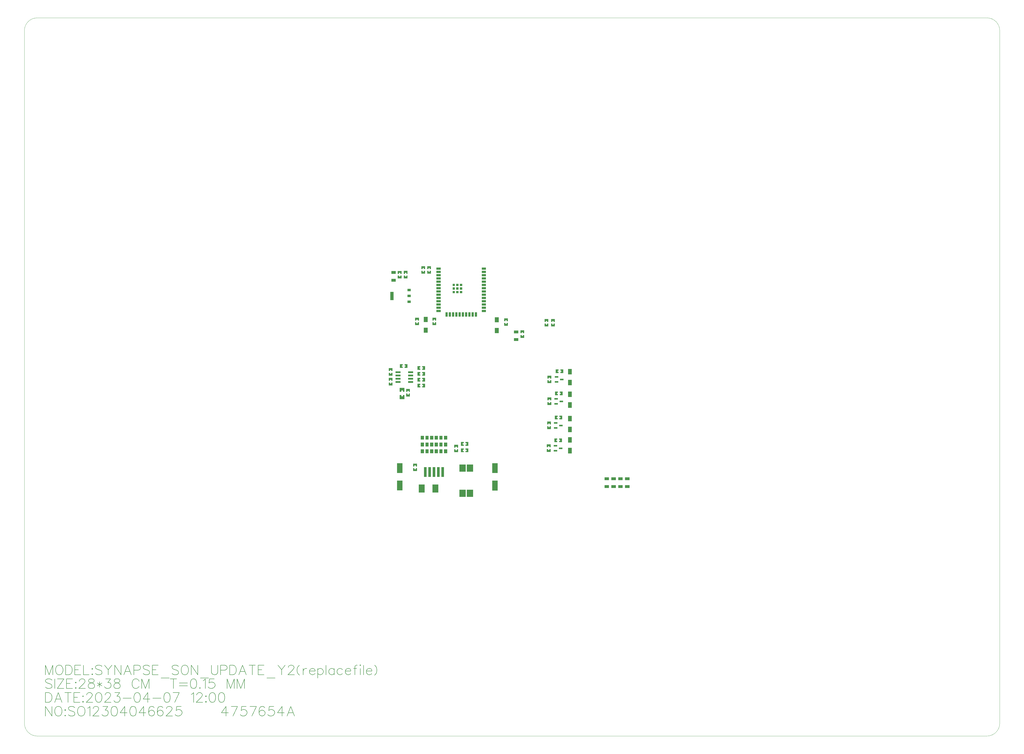
<source format=gbr>
G04 Generated by CircuitCAM Version 4.4*
%FSLAX33Y33*%
%MOMM*%
%ADD10C,0.200000*%
%ADD12C,0.000000*%
%LNCuttingOutside*%
%LPD*%
G54D10*
X-181771Y-112361D02*
X-181771Y-116111D01*
X-181771Y-112361D02*
X-180343Y-116111D01*
X-178914Y-112361D02*
X-180343Y-116111D01*
X-178914Y-112361D02*
X-178914Y-116111D01*
X-176771Y-112361D02*
X-177128Y-112540D01*
X-177486Y-112897D01*
X-177664Y-113254D01*
X-177843Y-113790D01*
X-177843Y-114683D01*
X-177664Y-115219D01*
X-177486Y-115576D01*
X-177128Y-115933D01*
X-176771Y-116111D01*
X-176057Y-116111D01*
X-175700Y-115933D01*
X-175343Y-115576D01*
X-175164Y-115219D01*
X-174986Y-114683D01*
X-174986Y-113790D01*
X-175164Y-113254D01*
X-175343Y-112897D01*
X-175700Y-112540D01*
X-176057Y-112361D01*
X-176771Y-112361D01*
X-173914Y-112361D02*
X-173914Y-116111D01*
X-173914Y-112361D02*
X-172664Y-112361D01*
X-172128Y-112540D01*
X-171771Y-112897D01*
X-171593Y-113254D01*
X-171414Y-113790D01*
X-171414Y-114683D01*
X-171593Y-115219D01*
X-171771Y-115576D01*
X-172128Y-115933D01*
X-172664Y-116111D01*
X-173914Y-116111D01*
X-170343Y-112361D02*
X-170343Y-116111D01*
X-170343Y-112361D02*
X-168021Y-112361D01*
X-170343Y-114147D02*
X-168914Y-114147D01*
X-170343Y-116111D02*
X-168021Y-116111D01*
X-166950Y-112361D02*
X-166950Y-116111D01*
X-166950Y-116111D02*
X-164807Y-116111D01*
X-163557Y-113611D02*
X-163736Y-113790D01*
X-163557Y-113968D01*
X-163378Y-113790D01*
X-163557Y-113611D01*
X-163557Y-115754D02*
X-163736Y-115933D01*
X-163557Y-116111D01*
X-163378Y-115933D01*
X-163557Y-115754D01*
X-159807Y-112897D02*
X-160164Y-112540D01*
X-160700Y-112361D01*
X-161414Y-112361D01*
X-161950Y-112540D01*
X-162307Y-112897D01*
X-162307Y-113254D01*
X-162128Y-113611D01*
X-161950Y-113790D01*
X-161593Y-113968D01*
X-160521Y-114326D01*
X-160164Y-114504D01*
X-159986Y-114683D01*
X-159807Y-115040D01*
X-159807Y-115576D01*
X-160164Y-115933D01*
X-160700Y-116111D01*
X-161414Y-116111D01*
X-161950Y-115933D01*
X-162307Y-115576D01*
X-158736Y-112361D02*
X-157307Y-114147D01*
X-157307Y-116111D01*
X-155878Y-112361D02*
X-157307Y-114147D01*
X-154807Y-112361D02*
X-154807Y-116111D01*
X-154807Y-112361D02*
X-152307Y-116111D01*
X-152307Y-112361D02*
X-152307Y-116111D01*
X-149807Y-112361D02*
X-151236Y-116111D01*
X-149807Y-112361D02*
X-148378Y-116111D01*
X-150700Y-114861D02*
X-148914Y-114861D01*
X-147307Y-112361D02*
X-147307Y-116111D01*
X-147307Y-112361D02*
X-145700Y-112361D01*
X-145164Y-112540D01*
X-144986Y-112718D01*
X-144807Y-113076D01*
X-144807Y-113611D01*
X-144986Y-113968D01*
X-145164Y-114147D01*
X-145700Y-114326D01*
X-147307Y-114326D01*
X-141236Y-112897D02*
X-141593Y-112540D01*
X-142128Y-112361D01*
X-142843Y-112361D01*
X-143378Y-112540D01*
X-143736Y-112897D01*
X-143736Y-113254D01*
X-143557Y-113611D01*
X-143378Y-113790D01*
X-143021Y-113968D01*
X-141950Y-114326D01*
X-141593Y-114504D01*
X-141414Y-114683D01*
X-141236Y-115040D01*
X-141236Y-115576D01*
X-141593Y-115933D01*
X-142128Y-116111D01*
X-142843Y-116111D01*
X-143378Y-115933D01*
X-143736Y-115576D01*
X-140164Y-112361D02*
X-140164Y-116111D01*
X-140164Y-112361D02*
X-137843Y-112361D01*
X-140164Y-114147D02*
X-138736Y-114147D01*
X-140164Y-116111D02*
X-137843Y-116111D01*
X-136771Y-117361D02*
X-133557Y-117361D01*
X-129986Y-112897D02*
X-130343Y-112540D01*
X-130878Y-112361D01*
X-131593Y-112361D01*
X-132128Y-112540D01*
X-132486Y-112897D01*
X-132486Y-113254D01*
X-132307Y-113611D01*
X-132128Y-113790D01*
X-131771Y-113968D01*
X-130700Y-114326D01*
X-130343Y-114504D01*
X-130164Y-114683D01*
X-129986Y-115040D01*
X-129986Y-115576D01*
X-130343Y-115933D01*
X-130878Y-116111D01*
X-131593Y-116111D01*
X-132128Y-115933D01*
X-132486Y-115576D01*
X-127843Y-112361D02*
X-128200Y-112540D01*
X-128557Y-112897D01*
X-128736Y-113254D01*
X-128914Y-113790D01*
X-128914Y-114683D01*
X-128736Y-115219D01*
X-128557Y-115576D01*
X-128200Y-115933D01*
X-127843Y-116111D01*
X-127128Y-116111D01*
X-126771Y-115933D01*
X-126414Y-115576D01*
X-126236Y-115219D01*
X-126057Y-114683D01*
X-126057Y-113790D01*
X-126236Y-113254D01*
X-126414Y-112897D01*
X-126771Y-112540D01*
X-127128Y-112361D01*
X-127843Y-112361D01*
X-124986Y-112361D02*
X-124986Y-116111D01*
X-124986Y-112361D02*
X-122486Y-116111D01*
X-122486Y-112361D02*
X-122486Y-116111D01*
X-121414Y-117361D02*
X-118200Y-117361D01*
X-117128Y-112361D02*
X-117128Y-115040D01*
X-116950Y-115576D01*
X-116593Y-115933D01*
X-116057Y-116111D01*
X-115700Y-116111D01*
X-115164Y-115933D01*
X-114807Y-115576D01*
X-114628Y-115040D01*
X-114628Y-112361D01*
X-113557Y-112361D02*
X-113557Y-116111D01*
X-113557Y-112361D02*
X-111950Y-112361D01*
X-111414Y-112540D01*
X-111236Y-112718D01*
X-111057Y-113076D01*
X-111057Y-113611D01*
X-111236Y-113968D01*
X-111414Y-114147D01*
X-111950Y-114326D01*
X-113557Y-114326D01*
X-109986Y-112361D02*
X-109986Y-116111D01*
X-109986Y-112361D02*
X-108736Y-112361D01*
X-108200Y-112540D01*
X-107843Y-112897D01*
X-107664Y-113254D01*
X-107486Y-113790D01*
X-107486Y-114683D01*
X-107664Y-115219D01*
X-107843Y-115576D01*
X-108200Y-115933D01*
X-108736Y-116111D01*
X-109986Y-116111D01*
X-104986Y-112361D02*
X-106414Y-116111D01*
X-104986Y-112361D02*
X-103557Y-116111D01*
X-105878Y-114861D02*
X-104093Y-114861D01*
X-101236Y-112361D02*
X-101236Y-116111D01*
X-102486Y-112361D02*
X-99986Y-112361D01*
X-98914Y-112361D02*
X-98914Y-116111D01*
X-98914Y-112361D02*
X-96593Y-112361D01*
X-98914Y-114147D02*
X-97486Y-114147D01*
X-98914Y-116111D02*
X-96593Y-116111D01*
X-95521Y-117361D02*
X-92307Y-117361D01*
X-91236Y-112361D02*
X-89807Y-114147D01*
X-89807Y-116111D01*
X-88378Y-112361D02*
X-89807Y-114147D01*
X-87128Y-113254D02*
X-87128Y-113076D01*
X-86950Y-112718D01*
X-86771Y-112540D01*
X-86414Y-112361D01*
X-85700Y-112361D01*
X-85343Y-112540D01*
X-85164Y-112718D01*
X-84986Y-113076D01*
X-84986Y-113433D01*
X-85164Y-113790D01*
X-85521Y-114326D01*
X-87307Y-116111D01*
X-84807Y-116111D01*
X-82843Y-112361D02*
X-83200Y-112718D01*
X-83557Y-113254D01*
X-83736Y-113968D01*
X-83736Y-114683D01*
X-83557Y-115397D01*
X-83200Y-115933D01*
X-82843Y-116290D01*
X-81414Y-113611D02*
X-81414Y-116111D01*
X-81414Y-114683D02*
X-81236Y-114147D01*
X-80878Y-113790D01*
X-80521Y-113611D01*
X-79986Y-113611D01*
X-78914Y-114683D02*
X-76771Y-114683D01*
X-76771Y-114326D01*
X-76950Y-113968D01*
X-77128Y-113790D01*
X-77486Y-113611D01*
X-78021Y-113611D01*
X-78378Y-113790D01*
X-78736Y-114147D01*
X-78914Y-114683D01*
X-78914Y-115040D01*
X-78736Y-115576D01*
X-78378Y-115933D01*
X-78021Y-116111D01*
X-77486Y-116111D01*
X-77128Y-115933D01*
X-76771Y-115576D01*
X-75700Y-113611D02*
X-75700Y-117361D01*
X-75700Y-114147D02*
X-75343Y-113790D01*
X-74986Y-113611D01*
X-74450Y-113611D01*
X-74093Y-113790D01*
X-73736Y-114147D01*
X-73557Y-114683D01*
X-73557Y-115040D01*
X-73736Y-115576D01*
X-74093Y-115933D01*
X-74450Y-116111D01*
X-74986Y-116111D01*
X-75343Y-115933D01*
X-75700Y-115576D01*
X-72486Y-112361D02*
X-72486Y-116111D01*
X-69271Y-113611D02*
X-69271Y-116111D01*
X-69271Y-114147D02*
X-69628Y-113790D01*
X-69986Y-113611D01*
X-70521Y-113611D01*
X-70878Y-113790D01*
X-71236Y-114147D01*
X-71414Y-114683D01*
X-71414Y-115040D01*
X-71236Y-115576D01*
X-70878Y-115933D01*
X-70521Y-116111D01*
X-69986Y-116111D01*
X-69628Y-115933D01*
X-69271Y-115576D01*
X-66057Y-114147D02*
X-66414Y-113790D01*
X-66771Y-113611D01*
X-67307Y-113611D01*
X-67664Y-113790D01*
X-68021Y-114147D01*
X-68200Y-114683D01*
X-68200Y-115040D01*
X-68021Y-115576D01*
X-67664Y-115933D01*
X-67307Y-116111D01*
X-66771Y-116111D01*
X-66414Y-115933D01*
X-66057Y-115576D01*
X-64986Y-114683D02*
X-62843Y-114683D01*
X-62843Y-114326D01*
X-63021Y-113968D01*
X-63200Y-113790D01*
X-63557Y-113611D01*
X-64093Y-113611D01*
X-64450Y-113790D01*
X-64807Y-114147D01*
X-64986Y-114683D01*
X-64986Y-115040D01*
X-64807Y-115576D01*
X-64450Y-115933D01*
X-64093Y-116111D01*
X-63557Y-116111D01*
X-63200Y-115933D01*
X-62843Y-115576D01*
X-60343Y-112361D02*
X-60700Y-112361D01*
X-61057Y-112540D01*
X-61236Y-113076D01*
X-61236Y-116111D01*
X-61771Y-113611D02*
X-60521Y-113611D01*
X-59271Y-112361D02*
X-59093Y-112540D01*
X-58914Y-112361D01*
X-59093Y-112183D01*
X-59271Y-112361D01*
X-59093Y-113611D02*
X-59093Y-116111D01*
X-57843Y-112361D02*
X-57843Y-116111D01*
X-56771Y-114683D02*
X-54628Y-114683D01*
X-54628Y-114326D01*
X-54807Y-113968D01*
X-54986Y-113790D01*
X-55343Y-113611D01*
X-55878Y-113611D01*
X-56236Y-113790D01*
X-56593Y-114147D01*
X-56771Y-114683D01*
X-56771Y-115040D01*
X-56593Y-115576D01*
X-56236Y-115933D01*
X-55878Y-116111D01*
X-55343Y-116111D01*
X-54986Y-115933D01*
X-54628Y-115576D01*
X-53557Y-112361D02*
X-53200Y-112718D01*
X-52843Y-113254D01*
X-52664Y-113968D01*
X-52664Y-114683D01*
X-52843Y-115397D01*
X-53200Y-115933D01*
X-53557Y-116290D01*
X-179271Y-118254D02*
X-179628Y-117897D01*
X-180164Y-117719D01*
X-180878Y-117719D01*
X-181414Y-117897D01*
X-181771Y-118254D01*
X-181771Y-118611D01*
X-181593Y-118969D01*
X-181414Y-119147D01*
X-181057Y-119326D01*
X-179986Y-119683D01*
X-179628Y-119861D01*
X-179450Y-120040D01*
X-179271Y-120397D01*
X-179271Y-120933D01*
X-179628Y-121290D01*
X-180164Y-121468D01*
X-180878Y-121468D01*
X-181414Y-121290D01*
X-181771Y-120933D01*
X-178200Y-117719D02*
X-178200Y-121468D01*
X-174628Y-117719D02*
X-177128Y-121468D01*
X-177128Y-117719D02*
X-174628Y-117719D01*
X-177128Y-121468D02*
X-174628Y-121468D01*
X-173557Y-117719D02*
X-173557Y-121468D01*
X-173557Y-117719D02*
X-171236Y-117719D01*
X-173557Y-119504D02*
X-172128Y-119504D01*
X-173557Y-121468D02*
X-171236Y-121468D01*
X-169986Y-118969D02*
X-170164Y-119147D01*
X-169986Y-119326D01*
X-169807Y-119147D01*
X-169986Y-118969D01*
X-169986Y-121111D02*
X-170164Y-121290D01*
X-169986Y-121468D01*
X-169807Y-121290D01*
X-169986Y-121111D01*
X-168557Y-118611D02*
X-168557Y-118433D01*
X-168378Y-118076D01*
X-168200Y-117897D01*
X-167843Y-117719D01*
X-167128Y-117719D01*
X-166771Y-117897D01*
X-166593Y-118076D01*
X-166414Y-118433D01*
X-166414Y-118790D01*
X-166593Y-119147D01*
X-166950Y-119683D01*
X-168736Y-121468D01*
X-166236Y-121468D01*
X-164271Y-117719D02*
X-164807Y-117897D01*
X-164986Y-118254D01*
X-164986Y-118611D01*
X-164807Y-118969D01*
X-164450Y-119147D01*
X-163736Y-119326D01*
X-163200Y-119504D01*
X-162843Y-119861D01*
X-162664Y-120219D01*
X-162664Y-120754D01*
X-162843Y-121111D01*
X-163021Y-121290D01*
X-163557Y-121468D01*
X-164271Y-121468D01*
X-164807Y-121290D01*
X-164986Y-121111D01*
X-165164Y-120754D01*
X-165164Y-120219D01*
X-164986Y-119861D01*
X-164628Y-119504D01*
X-164093Y-119326D01*
X-163378Y-119147D01*
X-163021Y-118969D01*
X-162843Y-118611D01*
X-162843Y-118254D01*
X-163021Y-117897D01*
X-163557Y-117719D01*
X-164271Y-117719D01*
X-160700Y-118790D02*
X-160700Y-120933D01*
X-161593Y-119326D02*
X-159807Y-120397D01*
X-159807Y-119326D02*
X-161593Y-120397D01*
X-158378Y-117719D02*
X-156414Y-117719D01*
X-157486Y-119147D01*
X-156950Y-119147D01*
X-156593Y-119326D01*
X-156414Y-119504D01*
X-156236Y-120040D01*
X-156236Y-120397D01*
X-156414Y-120933D01*
X-156771Y-121290D01*
X-157307Y-121468D01*
X-157843Y-121468D01*
X-158378Y-121290D01*
X-158557Y-121111D01*
X-158736Y-120754D01*
X-154271Y-117719D02*
X-154807Y-117897D01*
X-154986Y-118254D01*
X-154986Y-118611D01*
X-154807Y-118969D01*
X-154450Y-119147D01*
X-153736Y-119326D01*
X-153200Y-119504D01*
X-152843Y-119861D01*
X-152664Y-120219D01*
X-152664Y-120754D01*
X-152843Y-121111D01*
X-153021Y-121290D01*
X-153557Y-121468D01*
X-154271Y-121468D01*
X-154807Y-121290D01*
X-154986Y-121111D01*
X-155164Y-120754D01*
X-155164Y-120219D01*
X-154986Y-119861D01*
X-154628Y-119504D01*
X-154093Y-119326D01*
X-153378Y-119147D01*
X-153021Y-118969D01*
X-152843Y-118611D01*
X-152843Y-118254D01*
X-153021Y-117897D01*
X-153557Y-117719D01*
X-154271Y-117719D01*
X-145343Y-118611D02*
X-145521Y-118254D01*
X-145878Y-117897D01*
X-146236Y-117719D01*
X-146950Y-117719D01*
X-147307Y-117897D01*
X-147664Y-118254D01*
X-147843Y-118611D01*
X-148021Y-119147D01*
X-148021Y-120040D01*
X-147843Y-120576D01*
X-147664Y-120933D01*
X-147307Y-121290D01*
X-146950Y-121468D01*
X-146236Y-121468D01*
X-145878Y-121290D01*
X-145521Y-120933D01*
X-145343Y-120576D01*
X-144271Y-117719D02*
X-144271Y-121468D01*
X-144271Y-117719D02*
X-142843Y-121468D01*
X-141414Y-117719D02*
X-142843Y-121468D01*
X-141414Y-117719D02*
X-141414Y-121468D01*
X-131950Y-117719D02*
X-131950Y-121468D01*
X-133200Y-117719D02*
X-130700Y-117719D01*
X-129628Y-119326D02*
X-126414Y-119326D01*
X-129628Y-120397D02*
X-126414Y-120397D01*
X-124271Y-117719D02*
X-124807Y-117897D01*
X-125164Y-118433D01*
X-125343Y-119326D01*
X-125343Y-119861D01*
X-125164Y-120754D01*
X-124807Y-121290D01*
X-124271Y-121468D01*
X-123914Y-121468D01*
X-123378Y-121290D01*
X-123021Y-120754D01*
X-122843Y-119861D01*
X-122843Y-119326D01*
X-123021Y-118433D01*
X-123378Y-117897D01*
X-123914Y-117719D01*
X-124271Y-117719D01*
X-121593Y-121111D02*
X-121771Y-121290D01*
X-121593Y-121468D01*
X-121414Y-121290D01*
X-121593Y-121111D01*
X-120343Y-118433D02*
X-119986Y-118254D01*
X-119450Y-117719D01*
X-119450Y-121468D01*
X-116057Y-117719D02*
X-117843Y-117719D01*
X-118021Y-119326D01*
X-117843Y-119147D01*
X-117307Y-118969D01*
X-116771Y-118969D01*
X-116236Y-119147D01*
X-115878Y-119504D01*
X-115700Y-120040D01*
X-115700Y-120397D01*
X-116057Y-120933D01*
X-116414Y-121290D01*
X-116950Y-121468D01*
X-117486Y-121468D01*
X-118021Y-121290D01*
X-118200Y-121111D01*
X-118378Y-120754D01*
X-111057Y-117719D02*
X-111057Y-121468D01*
X-111057Y-117719D02*
X-109628Y-121468D01*
X-108200Y-117719D02*
X-109628Y-121468D01*
X-108200Y-117719D02*
X-108200Y-121468D01*
X-107128Y-117719D02*
X-107128Y-121468D01*
X-107128Y-117719D02*
X-105700Y-121468D01*
X-104271Y-117719D02*
X-105700Y-121468D01*
X-104271Y-117719D02*
X-104271Y-121468D01*
X-181771Y-123076D02*
X-181771Y-126826D01*
X-181771Y-123076D02*
X-180521Y-123076D01*
X-179986Y-123254D01*
X-179628Y-123611D01*
X-179450Y-123968D01*
X-179271Y-124504D01*
X-179271Y-125397D01*
X-179450Y-125933D01*
X-179628Y-126290D01*
X-179986Y-126647D01*
X-180521Y-126826D01*
X-181771Y-126826D01*
X-176771Y-123076D02*
X-178200Y-126826D01*
X-176771Y-123076D02*
X-175343Y-126826D01*
X-177664Y-125576D02*
X-175878Y-125576D01*
X-173021Y-123076D02*
X-173021Y-126826D01*
X-174271Y-123076D02*
X-171771Y-123076D01*
X-170700Y-123076D02*
X-170700Y-126826D01*
X-170700Y-123076D02*
X-168378Y-123076D01*
X-170700Y-124861D02*
X-169271Y-124861D01*
X-170700Y-126826D02*
X-168378Y-126826D01*
X-167128Y-124326D02*
X-167307Y-124504D01*
X-167128Y-124683D01*
X-166950Y-124504D01*
X-167128Y-124326D01*
X-167128Y-126468D02*
X-167307Y-126647D01*
X-167128Y-126826D01*
X-166950Y-126647D01*
X-167128Y-126468D01*
X-165700Y-123968D02*
X-165700Y-123790D01*
X-165521Y-123433D01*
X-165343Y-123254D01*
X-164986Y-123076D01*
X-164271Y-123076D01*
X-163914Y-123254D01*
X-163736Y-123433D01*
X-163557Y-123790D01*
X-163557Y-124147D01*
X-163736Y-124504D01*
X-164093Y-125040D01*
X-165878Y-126826D01*
X-163378Y-126826D01*
X-161236Y-123076D02*
X-161771Y-123254D01*
X-162128Y-123790D01*
X-162307Y-124683D01*
X-162307Y-125218D01*
X-162128Y-126111D01*
X-161771Y-126647D01*
X-161236Y-126826D01*
X-160878Y-126826D01*
X-160343Y-126647D01*
X-159986Y-126111D01*
X-159807Y-125218D01*
X-159807Y-124683D01*
X-159986Y-123790D01*
X-160343Y-123254D01*
X-160878Y-123076D01*
X-161236Y-123076D01*
X-158557Y-123968D02*
X-158557Y-123790D01*
X-158378Y-123433D01*
X-158200Y-123254D01*
X-157843Y-123076D01*
X-157128Y-123076D01*
X-156771Y-123254D01*
X-156593Y-123433D01*
X-156414Y-123790D01*
X-156414Y-124147D01*
X-156593Y-124504D01*
X-156950Y-125040D01*
X-158736Y-126826D01*
X-156236Y-126826D01*
X-154807Y-123076D02*
X-152843Y-123076D01*
X-153914Y-124504D01*
X-153378Y-124504D01*
X-153021Y-124683D01*
X-152843Y-124861D01*
X-152664Y-125397D01*
X-152664Y-125754D01*
X-152843Y-126290D01*
X-153200Y-126647D01*
X-153736Y-126826D01*
X-154271Y-126826D01*
X-154807Y-126647D01*
X-154986Y-126468D01*
X-155164Y-126111D01*
X-151593Y-125218D02*
X-148378Y-125218D01*
X-146236Y-123076D02*
X-146771Y-123254D01*
X-147128Y-123790D01*
X-147307Y-124683D01*
X-147307Y-125218D01*
X-147128Y-126111D01*
X-146771Y-126647D01*
X-146236Y-126826D01*
X-145878Y-126826D01*
X-145343Y-126647D01*
X-144986Y-126111D01*
X-144807Y-125218D01*
X-144807Y-124683D01*
X-144986Y-123790D01*
X-145343Y-123254D01*
X-145878Y-123076D01*
X-146236Y-123076D01*
X-141950Y-123076D02*
X-143736Y-125576D01*
X-141057Y-125576D01*
X-141950Y-123076D02*
X-141950Y-126826D01*
X-139986Y-125218D02*
X-136771Y-125218D01*
X-134628Y-123076D02*
X-135164Y-123254D01*
X-135521Y-123790D01*
X-135700Y-124683D01*
X-135700Y-125218D01*
X-135521Y-126111D01*
X-135164Y-126647D01*
X-134628Y-126826D01*
X-134271Y-126826D01*
X-133736Y-126647D01*
X-133378Y-126111D01*
X-133200Y-125218D01*
X-133200Y-124683D01*
X-133378Y-123790D01*
X-133736Y-123254D01*
X-134271Y-123076D01*
X-134628Y-123076D01*
X-129628Y-123076D02*
X-131414Y-126826D01*
X-132128Y-123076D02*
X-129628Y-123076D01*
X-124986Y-123790D02*
X-124628Y-123611D01*
X-124093Y-123076D01*
X-124093Y-126826D01*
X-122843Y-123968D02*
X-122843Y-123790D01*
X-122664Y-123433D01*
X-122486Y-123254D01*
X-122128Y-123076D01*
X-121414Y-123076D01*
X-121057Y-123254D01*
X-120878Y-123433D01*
X-120700Y-123790D01*
X-120700Y-124147D01*
X-120878Y-124504D01*
X-121236Y-125040D01*
X-123021Y-126826D01*
X-120521Y-126826D01*
X-119271Y-124326D02*
X-119450Y-124504D01*
X-119271Y-124683D01*
X-119093Y-124504D01*
X-119271Y-124326D01*
X-119271Y-126468D02*
X-119450Y-126647D01*
X-119271Y-126826D01*
X-119093Y-126647D01*
X-119271Y-126468D01*
X-116950Y-123076D02*
X-117486Y-123254D01*
X-117843Y-123790D01*
X-118021Y-124683D01*
X-118021Y-125218D01*
X-117843Y-126111D01*
X-117486Y-126647D01*
X-116950Y-126826D01*
X-116593Y-126826D01*
X-116057Y-126647D01*
X-115700Y-126111D01*
X-115521Y-125218D01*
X-115521Y-124683D01*
X-115700Y-123790D01*
X-116057Y-123254D01*
X-116593Y-123076D01*
X-116950Y-123076D01*
X-113378Y-123076D02*
X-113914Y-123254D01*
X-114271Y-123790D01*
X-114450Y-124683D01*
X-114450Y-125218D01*
X-114271Y-126111D01*
X-113914Y-126647D01*
X-113378Y-126826D01*
X-113021Y-126826D01*
X-112486Y-126647D01*
X-112128Y-126111D01*
X-111950Y-125218D01*
X-111950Y-124683D01*
X-112128Y-123790D01*
X-112486Y-123254D01*
X-113021Y-123076D01*
X-113378Y-123076D01*
X-181771Y-128433D02*
X-181771Y-132183D01*
X-181771Y-128433D02*
X-179271Y-132183D01*
X-179271Y-128433D02*
X-179271Y-132183D01*
X-177128Y-128433D02*
X-177486Y-128611D01*
X-177843Y-128968D01*
X-178021Y-129326D01*
X-178200Y-129861D01*
X-178200Y-130754D01*
X-178021Y-131290D01*
X-177843Y-131647D01*
X-177486Y-132004D01*
X-177128Y-132183D01*
X-176414Y-132183D01*
X-176057Y-132004D01*
X-175700Y-131647D01*
X-175521Y-131290D01*
X-175343Y-130754D01*
X-175343Y-129861D01*
X-175521Y-129326D01*
X-175700Y-128968D01*
X-176057Y-128611D01*
X-176414Y-128433D01*
X-177128Y-128433D01*
X-174093Y-129683D02*
X-174271Y-129861D01*
X-174093Y-130040D01*
X-173914Y-129861D01*
X-174093Y-129683D01*
X-174093Y-131826D02*
X-174271Y-132004D01*
X-174093Y-132183D01*
X-173914Y-132004D01*
X-174093Y-131826D01*
X-170343Y-128968D02*
X-170700Y-128611D01*
X-171236Y-128433D01*
X-171950Y-128433D01*
X-172486Y-128611D01*
X-172843Y-128968D01*
X-172843Y-129326D01*
X-172664Y-129683D01*
X-172486Y-129861D01*
X-172128Y-130040D01*
X-171057Y-130397D01*
X-170700Y-130576D01*
X-170521Y-130754D01*
X-170343Y-131111D01*
X-170343Y-131647D01*
X-170700Y-132004D01*
X-171236Y-132183D01*
X-171950Y-132183D01*
X-172486Y-132004D01*
X-172843Y-131647D01*
X-168200Y-128433D02*
X-168557Y-128611D01*
X-168914Y-128968D01*
X-169093Y-129326D01*
X-169271Y-129861D01*
X-169271Y-130754D01*
X-169093Y-131290D01*
X-168914Y-131647D01*
X-168557Y-132004D01*
X-168200Y-132183D01*
X-167486Y-132183D01*
X-167128Y-132004D01*
X-166771Y-131647D01*
X-166593Y-131290D01*
X-166414Y-130754D01*
X-166414Y-129861D01*
X-166593Y-129326D01*
X-166771Y-128968D01*
X-167128Y-128611D01*
X-167486Y-128433D01*
X-168200Y-128433D01*
X-165343Y-129147D02*
X-164986Y-128968D01*
X-164450Y-128433D01*
X-164450Y-132183D01*
X-163200Y-129326D02*
X-163200Y-129147D01*
X-163021Y-128790D01*
X-162843Y-128611D01*
X-162486Y-128433D01*
X-161771Y-128433D01*
X-161414Y-128611D01*
X-161236Y-128790D01*
X-161057Y-129147D01*
X-161057Y-129504D01*
X-161236Y-129861D01*
X-161593Y-130397D01*
X-163378Y-132183D01*
X-160878Y-132183D01*
X-159450Y-128433D02*
X-157486Y-128433D01*
X-158557Y-129861D01*
X-158021Y-129861D01*
X-157664Y-130040D01*
X-157486Y-130218D01*
X-157307Y-130754D01*
X-157307Y-131111D01*
X-157486Y-131647D01*
X-157843Y-132004D01*
X-158378Y-132183D01*
X-158914Y-132183D01*
X-159450Y-132004D01*
X-159628Y-131826D01*
X-159807Y-131469D01*
X-155164Y-128433D02*
X-155700Y-128611D01*
X-156057Y-129147D01*
X-156236Y-130040D01*
X-156236Y-130576D01*
X-156057Y-131469D01*
X-155700Y-132004D01*
X-155164Y-132183D01*
X-154807Y-132183D01*
X-154271Y-132004D01*
X-153914Y-131469D01*
X-153736Y-130576D01*
X-153736Y-130040D01*
X-153914Y-129147D01*
X-154271Y-128611D01*
X-154807Y-128433D01*
X-155164Y-128433D01*
X-150878Y-128433D02*
X-152664Y-130933D01*
X-149986Y-130933D01*
X-150878Y-128433D02*
X-150878Y-132183D01*
X-147843Y-128433D02*
X-148378Y-128611D01*
X-148736Y-129147D01*
X-148914Y-130040D01*
X-148914Y-130576D01*
X-148736Y-131469D01*
X-148378Y-132004D01*
X-147843Y-132183D01*
X-147486Y-132183D01*
X-146950Y-132004D01*
X-146593Y-131469D01*
X-146414Y-130576D01*
X-146414Y-130040D01*
X-146593Y-129147D01*
X-146950Y-128611D01*
X-147486Y-128433D01*
X-147843Y-128433D01*
X-143557Y-128433D02*
X-145343Y-130933D01*
X-142664Y-130933D01*
X-143557Y-128433D02*
X-143557Y-132183D01*
X-139450Y-128968D02*
X-139628Y-128611D01*
X-140164Y-128433D01*
X-140521Y-128433D01*
X-141057Y-128611D01*
X-141414Y-129147D01*
X-141593Y-130040D01*
X-141593Y-130933D01*
X-141414Y-131647D01*
X-141057Y-132004D01*
X-140521Y-132183D01*
X-140343Y-132183D01*
X-139807Y-132004D01*
X-139450Y-131647D01*
X-139271Y-131111D01*
X-139271Y-130933D01*
X-139450Y-130397D01*
X-139807Y-130040D01*
X-140343Y-129861D01*
X-140521Y-129861D01*
X-141057Y-130040D01*
X-141414Y-130397D01*
X-141593Y-130933D01*
X-136057Y-128968D02*
X-136236Y-128611D01*
X-136771Y-128433D01*
X-137128Y-128433D01*
X-137664Y-128611D01*
X-138021Y-129147D01*
X-138200Y-130040D01*
X-138200Y-130933D01*
X-138021Y-131647D01*
X-137664Y-132004D01*
X-137128Y-132183D01*
X-136950Y-132183D01*
X-136414Y-132004D01*
X-136057Y-131647D01*
X-135878Y-131111D01*
X-135878Y-130933D01*
X-136057Y-130397D01*
X-136414Y-130040D01*
X-136950Y-129861D01*
X-137128Y-129861D01*
X-137664Y-130040D01*
X-138021Y-130397D01*
X-138200Y-130933D01*
X-134628Y-129326D02*
X-134628Y-129147D01*
X-134450Y-128790D01*
X-134271Y-128611D01*
X-133914Y-128433D01*
X-133200Y-128433D01*
X-132843Y-128611D01*
X-132664Y-128790D01*
X-132486Y-129147D01*
X-132486Y-129504D01*
X-132664Y-129861D01*
X-133021Y-130397D01*
X-134807Y-132183D01*
X-132307Y-132183D01*
X-128914Y-128433D02*
X-130700Y-128433D01*
X-130878Y-130040D01*
X-130700Y-129861D01*
X-130164Y-129683D01*
X-129628Y-129683D01*
X-129093Y-129861D01*
X-128736Y-130218D01*
X-128557Y-130754D01*
X-128557Y-131111D01*
X-128914Y-131647D01*
X-129271Y-132004D01*
X-129807Y-132183D01*
X-130343Y-132183D01*
X-130878Y-132004D01*
X-131057Y-131826D01*
X-131236Y-131469D01*
X-111414Y-128433D02*
X-113200Y-130933D01*
X-110521Y-130933D01*
X-111414Y-128433D02*
X-111414Y-132183D01*
X-106950Y-128433D02*
X-108736Y-132183D01*
X-109450Y-128433D02*
X-106950Y-128433D01*
X-103557Y-128433D02*
X-105343Y-128433D01*
X-105521Y-130040D01*
X-105343Y-129861D01*
X-104807Y-129683D01*
X-104271Y-129683D01*
X-103736Y-129861D01*
X-103378Y-130218D01*
X-103200Y-130754D01*
X-103200Y-131111D01*
X-103557Y-131647D01*
X-103914Y-132004D01*
X-104450Y-132183D01*
X-104986Y-132183D01*
X-105521Y-132004D01*
X-105700Y-131826D01*
X-105878Y-131469D01*
X-99628Y-128433D02*
X-101414Y-132183D01*
X-102128Y-128433D02*
X-99628Y-128433D01*
X-96414Y-128968D02*
X-96593Y-128611D01*
X-97128Y-128433D01*
X-97486Y-128433D01*
X-98021Y-128611D01*
X-98378Y-129147D01*
X-98557Y-130040D01*
X-98557Y-130933D01*
X-98378Y-131647D01*
X-98021Y-132004D01*
X-97486Y-132183D01*
X-97307Y-132183D01*
X-96771Y-132004D01*
X-96414Y-131647D01*
X-96236Y-131111D01*
X-96236Y-130933D01*
X-96414Y-130397D01*
X-96771Y-130040D01*
X-97307Y-129861D01*
X-97486Y-129861D01*
X-98021Y-130040D01*
X-98378Y-130397D01*
X-98557Y-130933D01*
X-92843Y-128433D02*
X-94628Y-128433D01*
X-94807Y-130040D01*
X-94628Y-129861D01*
X-94093Y-129683D01*
X-93557Y-129683D01*
X-93021Y-129861D01*
X-92664Y-130218D01*
X-92486Y-130754D01*
X-92486Y-131111D01*
X-92843Y-131647D01*
X-93200Y-132004D01*
X-93736Y-132183D01*
X-94271Y-132183D01*
X-94807Y-132004D01*
X-94986Y-131826D01*
X-95164Y-131469D01*
X-89628Y-128433D02*
X-91414Y-130933D01*
X-88736Y-130933D01*
X-89628Y-128433D02*
X-89628Y-132183D01*
X-86236Y-128433D02*
X-87664Y-132183D01*
X-86236Y-128433D02*
X-84807Y-132183D01*
X-87128Y-130933D02*
X-85343Y-130933D01*
G54D11*
X-161910Y-106056D02*
X-161910Y-107809D01*
X-161884Y-108621D01*
X-162189Y-108774D01*
X-162164Y-107910D01*
X-162164Y-105040D01*
X-162189Y-104227D01*
X-161707Y-104430D01*
X-161910Y-104583D01*
X-161910Y-105954D01*
X-160919Y-106361D01*
X-160716Y-106843D01*
X-160995Y-106818D01*
X-161910Y-106056D01*
X-163916Y-104227D02*
X-163459Y-104481D01*
X-163612Y-104583D01*
X-163916Y-105370D01*
X-163078Y-105370D01*
X-162926Y-105142D01*
X-162519Y-105472D01*
X-163002Y-106310D01*
X-163815Y-107758D01*
X-165009Y-108621D01*
X-165059Y-108571D01*
X-163713Y-107250D01*
X-163053Y-105472D01*
X-163967Y-105472D01*
X-164272Y-106132D01*
X-163612Y-106513D01*
X-163637Y-106818D01*
X-163840Y-106767D01*
X-164323Y-106208D01*
X-164983Y-107021D01*
X-165034Y-106970D01*
X-164323Y-105624D01*
X-163916Y-104227D01*
X-156017Y-106615D02*
X-155992Y-107758D01*
X-156271Y-107859D01*
X-156271Y-106564D01*
X-158430Y-106564D01*
X-158430Y-107809D01*
X-158684Y-107936D01*
X-158684Y-107148D01*
X-158684Y-106310D01*
X-158430Y-106437D01*
X-156296Y-106437D01*
X-156144Y-106234D01*
X-155865Y-106488D01*
X-156017Y-106615D01*
X-157516Y-106716D02*
X-157033Y-106945D01*
X-157236Y-107072D01*
X-157490Y-107961D01*
X-158201Y-108520D01*
X-159421Y-108774D01*
X-159446Y-108698D01*
X-158151Y-108266D01*
X-157643Y-107631D01*
X-157516Y-106716D01*
X-157236Y-107834D02*
X-157211Y-107758D01*
X-155890Y-108139D01*
X-155560Y-108571D01*
X-155788Y-108647D01*
X-156398Y-108215D01*
X-157236Y-107834D01*
X-158913Y-105777D02*
X-157922Y-105472D01*
X-158303Y-104989D01*
X-158252Y-104938D01*
X-157643Y-105370D01*
X-157592Y-105751D01*
X-157795Y-105802D01*
X-157897Y-105548D01*
X-158532Y-105853D01*
X-159040Y-106208D01*
X-159243Y-105929D01*
X-159167Y-105624D01*
X-159192Y-104507D01*
X-158913Y-104710D01*
X-158303Y-104481D01*
X-157897Y-104151D01*
X-157566Y-104507D01*
X-158151Y-104608D01*
X-158913Y-104811D01*
X-158913Y-105777D01*
X-157592Y-104634D02*
X-155763Y-104634D01*
X-155585Y-104430D01*
X-155280Y-104710D01*
X-155458Y-104811D01*
X-155712Y-105904D01*
X-156119Y-106208D01*
X-156601Y-105802D01*
X-156576Y-105726D01*
X-156068Y-105802D01*
X-155865Y-105548D01*
X-155738Y-104761D01*
X-156550Y-104761D01*
X-157922Y-106310D01*
X-157947Y-106259D01*
X-156830Y-104761D01*
X-156957Y-104761D01*
X-157414Y-104811D01*
X-157592Y-104634D01*
X-179071Y-108795D02*
X-179071Y-106636D01*
X-179071Y-104578D01*
X-178791Y-104756D01*
X-177089Y-104756D01*
X-176912Y-104578D01*
X-176658Y-104832D01*
X-176785Y-104934D01*
X-176785Y-108338D01*
X-176861Y-108592D01*
X-177166Y-108795D01*
X-177699Y-108388D01*
X-177699Y-108312D01*
X-177140Y-108363D01*
X-177064Y-108261D01*
X-177064Y-104858D01*
X-178791Y-104858D01*
X-178791Y-108007D01*
X-178791Y-108642D01*
X-179071Y-108795D01*
X-178639Y-105391D02*
X-177902Y-106179D01*
X-177648Y-105137D01*
X-177267Y-105366D01*
X-177394Y-105493D01*
X-177724Y-106407D01*
X-177343Y-107017D01*
X-177216Y-107372D01*
X-177318Y-107576D01*
X-177521Y-107372D01*
X-177851Y-106687D01*
X-178690Y-107804D01*
X-178740Y-107753D01*
X-178004Y-106433D01*
X-178690Y-105442D01*
X-178639Y-105391D01*
X-180036Y-108109D02*
X-179198Y-107525D01*
X-179147Y-107576D01*
X-180163Y-108617D01*
X-180391Y-108338D01*
X-180315Y-108033D01*
X-180315Y-106991D01*
X-180468Y-106991D01*
X-180950Y-107042D01*
X-181128Y-106864D01*
X-180315Y-106864D01*
X-180315Y-106077D01*
X-180696Y-106077D01*
X-181128Y-106560D01*
X-181179Y-106509D01*
X-180264Y-104324D01*
X-179883Y-104553D01*
X-180036Y-104680D01*
X-180264Y-105188D01*
X-179629Y-105188D01*
X-179401Y-104985D01*
X-179096Y-105315D01*
X-180290Y-105315D01*
X-180645Y-105950D01*
X-179756Y-105950D01*
X-179579Y-105772D01*
X-179274Y-106077D01*
X-180036Y-106077D01*
X-180036Y-106864D01*
X-179629Y-106864D01*
X-179401Y-106636D01*
X-179096Y-106991D01*
X-180036Y-106991D01*
X-180036Y-108109D01*
X-174270Y-105899D02*
X-174295Y-106737D01*
X-172644Y-106737D01*
X-172517Y-106534D01*
X-172187Y-106788D01*
X-172340Y-106915D01*
X-172314Y-108719D01*
X-172644Y-108871D01*
X-172619Y-106864D01*
X-174295Y-106864D01*
X-175464Y-108769D01*
X-175489Y-108693D01*
X-174753Y-107576D01*
X-174549Y-106026D01*
X-174549Y-104528D01*
X-174092Y-104756D01*
X-174270Y-104909D01*
X-174270Y-105772D01*
X-172924Y-105772D01*
X-172949Y-104274D01*
X-172492Y-104502D01*
X-172644Y-104655D01*
X-172644Y-105772D01*
X-171832Y-105772D01*
X-171527Y-105493D01*
X-171197Y-105899D01*
X-174270Y-105899D01*
G54D12*
X-190000Y135000D02*
G75*
G02X-185000Y140000I5000J0D01*
G74*
G01*
X185000Y140000D01*
G75*
G02X190000Y135000I0J-5000D01*
G74*
G01*
X190000Y-135000D01*
G75*
G02X185000Y-140000I-5000J0D01*
G74*
G01*
X-185000Y-140000D01*
G75*
G02X-190000Y-135000I0J5000D01*
G74*
G01*
X-190000Y135000D01*
G36*
G01X-31597Y43195D02*
X-33047Y43195D01*
X-33047Y42069D01*
X-32564Y42069D01*
X-32564Y42445D01*
X-32080Y42445D01*
X-32080Y42069D01*
X-31597Y42069D01*
X-31597Y43195D01*
G37*
G36*
G01X-33883Y43195D02*
X-35333Y43195D01*
X-35333Y42069D01*
X-34850Y42069D01*
X-34850Y42445D01*
X-34366Y42445D01*
X-34366Y42069D01*
X-33883Y42069D01*
X-33883Y43195D01*
G37*
G36*
G01X-10155Y42613D02*
X-11805Y42613D01*
X-11805Y41813D01*
X-10155Y41813D01*
X-10155Y42613D01*
G37*
G36*
G01X-27804Y42613D02*
X-29454Y42613D01*
X-29454Y41813D01*
X-27804Y41813D01*
X-27804Y42613D01*
G37*
G36*
G01X-31597Y41367D02*
X-32080Y41367D01*
X-32080Y40993D01*
X-32564Y40993D01*
X-32564Y41367D01*
X-33047Y41367D01*
X-33047Y40243D01*
X-31597Y40243D01*
X-31597Y41367D01*
G37*
G36*
G01X-33883Y41367D02*
X-34366Y41367D01*
X-34366Y40993D01*
X-34850Y40993D01*
X-34850Y41367D01*
X-35333Y41367D01*
X-35333Y40243D01*
X-33883Y40243D01*
X-33883Y41367D01*
G37*
G36*
G01X-40711Y41351D02*
X-42161Y41351D01*
X-42161Y40225D01*
X-41678Y40225D01*
X-41678Y40601D01*
X-41194Y40601D01*
X-41194Y40225D01*
X-40711Y40225D01*
X-40711Y41351D01*
G37*
G36*
G01X-43075Y41335D02*
X-44545Y41335D01*
X-44545Y40225D01*
X-44055Y40225D01*
X-44055Y40595D01*
X-43565Y40595D01*
X-43565Y40225D01*
X-43075Y40225D01*
X-43075Y41335D01*
G37*
G36*
G01X-45300Y41300D02*
X-47030Y41300D01*
X-47030Y40200D01*
X-45300Y40200D01*
X-45300Y41300D01*
G37*
G36*
G01X-10155Y41343D02*
X-11805Y41343D01*
X-11805Y40543D01*
X-10155Y40543D01*
X-10155Y41343D01*
G37*
G36*
G01X-27804Y41343D02*
X-29454Y41343D01*
X-29454Y40543D01*
X-27804Y40543D01*
X-27804Y41343D01*
G37*
G36*
G01X-10155Y40073D02*
X-11805Y40073D01*
X-11805Y39273D01*
X-10155Y39273D01*
X-10155Y40073D01*
G37*
G36*
G01X-27804Y40073D02*
X-29454Y40073D01*
X-29454Y39273D01*
X-27804Y39273D01*
X-27804Y40073D01*
G37*
G36*
G01X-43075Y39525D02*
X-43565Y39525D01*
X-43565Y39155D01*
X-44055Y39155D01*
X-44055Y39525D01*
X-44545Y39525D01*
X-44545Y38415D01*
X-43075Y38415D01*
X-43075Y39525D01*
G37*
G36*
G01X-40711Y39523D02*
X-41194Y39523D01*
X-41194Y39149D01*
X-41678Y39149D01*
X-41678Y39523D01*
X-42161Y39523D01*
X-42161Y38399D01*
X-40711Y38399D01*
X-40711Y39523D01*
G37*
G36*
G01X-10155Y38803D02*
X-11805Y38803D01*
X-11805Y38003D01*
X-10155Y38003D01*
X-10155Y38803D01*
G37*
G36*
G01X-27804Y38803D02*
X-29454Y38803D01*
X-29454Y38003D01*
X-27804Y38003D01*
X-27804Y38803D01*
G37*
G36*
G01X-45300Y38280D02*
X-47030Y38280D01*
X-47030Y37180D01*
X-45300Y37180D01*
X-45300Y38280D01*
G37*
G36*
G01X-10155Y37533D02*
X-11805Y37533D01*
X-11805Y36733D01*
X-10155Y36733D01*
X-10155Y37533D01*
G37*
G36*
G01X-27804Y37533D02*
X-29454Y37533D01*
X-29454Y36733D01*
X-27804Y36733D01*
X-27804Y37533D01*
G37*
G36*
G01X-19454Y36343D02*
X-20354Y36343D01*
X-20354Y35443D01*
X-19454Y35443D01*
X-19454Y36343D01*
G37*
G36*
G01X-20855Y36343D02*
X-21754Y36343D01*
X-21754Y35443D01*
X-20855Y35443D01*
X-20855Y36343D01*
G37*
G36*
G01X-22255Y36343D02*
X-23155Y36343D01*
X-23155Y35443D01*
X-22255Y35443D01*
X-22255Y36343D01*
G37*
G36*
G01X-27804Y36263D02*
X-29454Y36263D01*
X-29454Y35463D01*
X-27804Y35463D01*
X-27804Y36263D01*
G37*
G36*
G01X-10155Y36263D02*
X-11805Y36263D01*
X-11805Y35463D01*
X-10155Y35463D01*
X-10155Y36263D01*
G37*
G36*
G01X-10155Y34993D02*
X-11805Y34993D01*
X-11805Y34193D01*
X-10155Y34193D01*
X-10155Y34993D01*
G37*
G36*
G01X-27804Y34993D02*
X-29454Y34993D01*
X-29454Y34193D01*
X-27804Y34193D01*
X-27804Y34993D01*
G37*
G36*
G01X-39440Y34346D02*
X-40750Y34346D01*
X-40750Y33416D01*
X-39440Y33416D01*
X-39440Y34346D01*
G37*
G36*
G01X-19454Y34943D02*
X-20354Y34943D01*
X-20354Y34043D01*
X-19454Y34043D01*
X-19454Y34943D01*
G37*
G36*
G01X-20855Y34943D02*
X-21754Y34943D01*
X-21754Y34043D01*
X-20855Y34043D01*
X-20855Y34943D01*
G37*
G36*
G01X-22255Y34943D02*
X-23155Y34943D01*
X-23155Y34043D01*
X-22255Y34043D01*
X-22255Y34943D01*
G37*
G36*
G01X-10155Y33723D02*
X-11805Y33723D01*
X-11805Y32923D01*
X-10155Y32923D01*
X-10155Y33723D01*
G37*
G36*
G01X-27804Y33723D02*
X-29454Y33723D01*
X-29454Y32923D01*
X-27804Y32923D01*
X-27804Y33723D01*
G37*
G36*
G01X-46130Y33211D02*
X-47440Y33211D01*
X-47440Y29971D01*
X-46130Y29971D01*
X-46130Y33211D01*
G37*
G36*
G01X-19454Y33543D02*
X-20354Y33543D01*
X-20354Y32643D01*
X-19454Y32643D01*
X-19454Y33543D01*
G37*
G36*
G01X-20855Y33543D02*
X-21754Y33543D01*
X-21754Y32643D01*
X-20855Y32643D01*
X-20855Y33543D01*
G37*
G36*
G01X-22255Y33543D02*
X-23155Y33543D01*
X-23155Y32643D01*
X-22255Y32643D01*
X-22255Y33543D01*
G37*
G36*
G01X-10155Y32453D02*
X-11805Y32453D01*
X-11805Y31653D01*
X-10155Y31653D01*
X-10155Y32453D01*
G37*
G36*
G01X-27804Y32453D02*
X-29454Y32453D01*
X-29454Y31653D01*
X-27804Y31653D01*
X-27804Y32453D01*
G37*
G36*
G01X-39440Y32056D02*
X-40750Y32056D01*
X-40750Y31126D01*
X-39440Y31126D01*
X-39440Y32056D01*
G37*
G36*
G01X-10155Y31183D02*
X-11805Y31183D01*
X-11805Y30383D01*
X-10155Y30383D01*
X-10155Y31183D01*
G37*
G36*
G01X-27804Y31183D02*
X-29454Y31183D01*
X-29454Y30383D01*
X-27804Y30383D01*
X-27804Y31183D01*
G37*
G36*
G01X-10155Y29913D02*
X-11805Y29913D01*
X-11805Y29113D01*
X-10155Y29113D01*
X-10155Y29913D01*
G37*
G36*
G01X-27804Y29913D02*
X-29454Y29913D01*
X-29454Y29113D01*
X-27804Y29113D01*
X-27804Y29913D01*
G37*
G36*
G01X-39440Y29766D02*
X-40750Y29766D01*
X-40750Y28836D01*
X-39440Y28836D01*
X-39440Y29766D01*
G37*
G36*
G01X-10155Y28643D02*
X-11805Y28643D01*
X-11805Y27843D01*
X-10155Y27843D01*
X-10155Y28643D01*
G37*
G36*
G01X-27804Y28643D02*
X-29454Y28643D01*
X-29454Y27843D01*
X-27804Y27843D01*
X-27804Y28643D01*
G37*
G36*
G01X-10155Y27373D02*
X-11805Y27373D01*
X-11805Y26573D01*
X-10155Y26573D01*
X-10155Y27373D01*
G37*
G36*
G01X-27804Y27373D02*
X-29454Y27373D01*
X-29454Y26573D01*
X-27804Y26573D01*
X-27804Y27373D01*
G37*
G36*
G01X-10155Y26103D02*
X-11805Y26103D01*
X-11805Y25303D01*
X-10155Y25303D01*
X-10155Y26103D01*
G37*
G36*
G01X-27804Y26103D02*
X-29454Y26103D01*
X-29454Y25303D01*
X-27804Y25303D01*
X-27804Y26103D01*
G37*
G36*
G01X-13685Y25203D02*
X-14485Y25203D01*
X-14485Y23553D01*
X-13685Y23553D01*
X-13685Y25203D01*
G37*
G36*
G01X-14955Y25203D02*
X-15755Y25203D01*
X-15755Y23553D01*
X-14955Y23553D01*
X-14955Y25203D01*
G37*
G36*
G01X-16225Y25203D02*
X-17025Y25203D01*
X-17025Y23553D01*
X-16225Y23553D01*
X-16225Y25203D01*
G37*
G36*
G01X-17495Y25203D02*
X-18295Y25203D01*
X-18295Y23553D01*
X-17495Y23553D01*
X-17495Y25203D01*
G37*
G36*
G01X-18765Y25203D02*
X-19565Y25203D01*
X-19565Y23553D01*
X-18765Y23553D01*
X-18765Y25203D01*
G37*
G36*
G01X-20035Y25203D02*
X-20835Y25203D01*
X-20835Y23553D01*
X-20035Y23553D01*
X-20035Y25203D01*
G37*
G36*
G01X-21305Y25203D02*
X-22105Y25203D01*
X-22105Y23553D01*
X-21305Y23553D01*
X-21305Y25203D01*
G37*
G36*
G01X-22575Y25203D02*
X-23375Y25203D01*
X-23375Y23553D01*
X-22575Y23553D01*
X-22575Y25203D01*
G37*
G36*
G01X-23845Y25203D02*
X-24645Y25203D01*
X-24645Y23553D01*
X-23845Y23553D01*
X-23845Y25203D01*
G37*
G36*
G01X-25115Y25203D02*
X-25915Y25203D01*
X-25915Y23553D01*
X-25115Y23553D01*
X-25115Y25203D01*
G37*
G36*
G01X-32905Y23417D02*
X-34405Y23417D01*
X-34405Y21417D01*
X-32905Y21417D01*
X-32905Y23417D01*
G37*
G36*
G01X-36286Y23113D02*
X-37756Y23113D01*
X-37756Y22003D01*
X-37266Y22003D01*
X-37266Y22373D01*
X-36776Y22373D01*
X-36776Y22003D01*
X-36286Y22003D01*
X-36286Y23113D01*
G37*
G36*
G01X-5219Y23290D02*
X-6719Y23290D01*
X-6719Y21290D01*
X-5219Y21290D01*
X-5219Y23290D01*
G37*
G36*
G01X-29565Y23130D02*
X-31015Y23130D01*
X-31015Y22004D01*
X-30532Y22004D01*
X-30532Y22380D01*
X-30048Y22380D01*
X-30048Y22004D01*
X-29565Y22004D01*
X-29565Y23130D01*
G37*
G36*
G01X-36286Y21303D02*
X-36776Y21303D01*
X-36776Y20933D01*
X-37266Y20933D01*
X-37266Y21303D01*
X-37756Y21303D01*
X-37756Y20193D01*
X-36286Y20193D01*
X-36286Y21303D01*
G37*
G36*
G01X-29565Y21302D02*
X-30048Y21302D01*
X-30048Y20928D01*
X-30532Y20928D01*
X-30532Y21302D01*
X-31015Y21302D01*
X-31015Y20178D01*
X-29565Y20178D01*
X-29565Y21302D01*
G37*
G36*
G01X-1625Y22876D02*
X-3075Y22876D01*
X-3075Y21750D01*
X-2592Y21750D01*
X-2592Y22126D01*
X-2108Y22126D01*
X-2108Y21750D01*
X-1625Y21750D01*
X-1625Y22876D01*
G37*
G36*
G01X16673Y22605D02*
X15203Y22605D01*
X15203Y21495D01*
X15693Y21495D01*
X15693Y21865D01*
X16183Y21865D01*
X16183Y21495D01*
X16673Y21495D01*
X16673Y22605D01*
G37*
G36*
G01X14133Y22605D02*
X12663Y22605D01*
X12663Y21495D01*
X13153Y21495D01*
X13153Y21865D01*
X13643Y21865D01*
X13643Y21495D01*
X14133Y21495D01*
X14133Y22605D01*
G37*
G36*
G01X-1625Y21047D02*
X-2108Y21047D01*
X-2108Y20673D01*
X-2592Y20673D01*
X-2592Y21047D01*
X-3075Y21047D01*
X-3075Y19923D01*
X-1625Y19923D01*
X-1625Y21047D01*
G37*
G36*
G01X16673Y20795D02*
X16183Y20795D01*
X16183Y20425D01*
X15693Y20425D01*
X15693Y20795D01*
X15203Y20795D01*
X15203Y19685D01*
X16673Y19685D01*
X16673Y20795D01*
G37*
G36*
G01X14133Y20795D02*
X13643Y20795D01*
X13643Y20425D01*
X13153Y20425D01*
X13153Y20795D01*
X12663Y20795D01*
X12663Y19685D01*
X14133Y19685D01*
X14133Y20795D01*
G37*
G36*
G01X-32905Y19217D02*
X-34405Y19217D01*
X-34405Y17217D01*
X-32905Y17217D01*
X-32905Y19217D01*
G37*
G36*
G01X-5219Y19090D02*
X-6719Y19090D01*
X-6719Y17090D01*
X-5219Y17090D01*
X-5219Y19090D01*
G37*
G36*
G01X4735Y18160D02*
X3265Y18160D01*
X3265Y17050D01*
X3755Y17050D01*
X3755Y17420D01*
X4245Y17420D01*
X4245Y17050D01*
X4735Y17050D01*
X4735Y18160D01*
G37*
G36*
G01X2452Y18125D02*
X722Y18125D01*
X722Y17025D01*
X2452Y17025D01*
X2452Y18125D01*
G37*
G36*
G01X4735Y16350D02*
X4245Y16350D01*
X4245Y15980D01*
X3755Y15980D01*
X3755Y16350D01*
X3265Y16350D01*
X3265Y15240D01*
X4735Y15240D01*
X4735Y16350D01*
G37*
G36*
G01X2452Y15105D02*
X722Y15105D01*
X722Y14005D01*
X2452Y14005D01*
X2452Y15105D01*
G37*
G36*
G01X-40768Y4989D02*
X-41878Y4989D01*
X-41878Y4499D01*
X-41508Y4499D01*
X-41508Y4009D01*
X-41878Y4009D01*
X-41878Y3519D01*
X-40768Y3519D01*
X-40768Y4989D01*
G37*
G36*
G01X-42578Y4989D02*
X-43688Y4989D01*
X-43688Y3519D01*
X-42578Y3519D01*
X-42578Y4009D01*
X-42948Y4009D01*
X-42948Y4499D01*
X-42578Y4499D01*
X-42578Y4989D01*
G37*
G36*
G01X-33910Y4227D02*
X-35020Y4227D01*
X-35020Y3737D01*
X-34650Y3737D01*
X-34650Y3247D01*
X-35020Y3247D01*
X-35020Y2757D01*
X-33910Y2757D01*
X-33910Y4227D01*
G37*
G36*
G01X-35720Y4227D02*
X-36830Y4227D01*
X-36830Y2757D01*
X-35720Y2757D01*
X-35720Y3247D01*
X-36090Y3247D01*
X-36090Y3737D01*
X-35720Y3737D01*
X-35720Y4227D01*
G37*
G36*
G01X-46573Y3428D02*
X-48043Y3428D01*
X-48043Y2318D01*
X-47553Y2318D01*
X-47553Y2688D01*
X-47063Y2688D01*
X-47063Y2318D01*
X-46573Y2318D01*
X-46573Y3428D01*
G37*
G36*
G01X23292Y3111D02*
X21792Y3111D01*
X21792Y991D01*
X23292Y991D01*
X23292Y3111D01*
G37*
G36*
G01X19938Y2957D02*
X18828Y2957D01*
X18828Y2467D01*
X19198Y2467D01*
X19198Y1977D01*
X18828Y1977D01*
X18828Y1487D01*
X19938Y1487D01*
X19938Y2957D01*
G37*
G36*
G01X18128Y2957D02*
X17018Y2957D01*
X17018Y1487D01*
X18128Y1487D01*
X18128Y1977D01*
X17758Y1977D01*
X17758Y2467D01*
X18128Y2467D01*
X18128Y2957D01*
G37*
G36*
G01X-38514Y2141D02*
X-40484Y2141D01*
X-40484Y1541D01*
X-38514Y1541D01*
X-38514Y2141D01*
G37*
G36*
G01X-43464Y2141D02*
X-45434Y2141D01*
X-45434Y1541D01*
X-43464Y1541D01*
X-43464Y2141D01*
G37*
G36*
G01X-46573Y1618D02*
X-47063Y1618D01*
X-47063Y1248D01*
X-47553Y1248D01*
X-47553Y1618D01*
X-48043Y1618D01*
X-48043Y508D01*
X-46573Y508D01*
X-46573Y1618D01*
G37*
G36*
G01X-33910Y1941D02*
X-35020Y1941D01*
X-35020Y1451D01*
X-34650Y1451D01*
X-34650Y961D01*
X-35020Y961D01*
X-35020Y471D01*
X-33910Y471D01*
X-33910Y1941D01*
G37*
G36*
G01X-35720Y1941D02*
X-36830Y1941D01*
X-36830Y471D01*
X-35720Y471D01*
X-35720Y961D01*
X-36090Y961D01*
X-36090Y1451D01*
X-35720Y1451D01*
X-35720Y1941D01*
G37*
G36*
G01X-38514Y871D02*
X-40484Y871D01*
X-40484Y271D01*
X-38514Y271D01*
X-38514Y871D01*
G37*
G36*
G01X-43464Y871D02*
X-45434Y871D01*
X-45434Y271D01*
X-43464Y271D01*
X-43464Y871D01*
G37*
G36*
G01X15276Y507D02*
X13806Y507D01*
X13806Y-603D01*
X14296Y-603D01*
X14296Y-233D01*
X14786Y-233D01*
X14786Y-603D01*
X15276Y-603D01*
X15276Y507D01*
G37*
G36*
G01X-33910Y-345D02*
X-35020Y-345D01*
X-35020Y-835D01*
X-34650Y-835D01*
X-34650Y-1325D01*
X-35020Y-1325D01*
X-35020Y-1815D01*
X-33910Y-1815D01*
X-33910Y-345D01*
G37*
G36*
G01X-35720Y-345D02*
X-36830Y-345D01*
X-36830Y-1815D01*
X-35720Y-1815D01*
X-35720Y-1325D01*
X-36090Y-1325D01*
X-36090Y-835D01*
X-35720Y-835D01*
X-35720Y-345D01*
G37*
G36*
G01X-46573Y-382D02*
X-48043Y-382D01*
X-48043Y-1492D01*
X-47553Y-1492D01*
X-47553Y-1122D01*
X-47063Y-1122D01*
X-47063Y-1492D01*
X-46573Y-1492D01*
X-46573Y-382D01*
G37*
G36*
G01X-38514Y-399D02*
X-40484Y-399D01*
X-40484Y-999D01*
X-38514Y-999D01*
X-38514Y-399D01*
G37*
G36*
G01X-43464Y-399D02*
X-45434Y-399D01*
X-45434Y-999D01*
X-43464Y-999D01*
X-43464Y-399D01*
G37*
G36*
G01X-38514Y-1669D02*
X-40484Y-1669D01*
X-40484Y-2269D01*
X-38514Y-2269D01*
X-38514Y-1669D01*
G37*
G36*
G01X-43464Y-1669D02*
X-45434Y-1669D01*
X-45434Y-2269D01*
X-43464Y-2269D01*
X-43464Y-1669D01*
G37*
G36*
G01X-46573Y-2192D02*
X-47063Y-2192D01*
X-47063Y-2562D01*
X-47553Y-2562D01*
X-47553Y-2192D01*
X-48043Y-2192D01*
X-48043Y-3302D01*
X-46573Y-3302D01*
X-46573Y-2192D01*
G37*
G36*
G01X17996Y292D02*
X16676Y292D01*
X16676Y-298D01*
X17996Y-298D01*
X17996Y292D01*
G37*
G36*
G01X20026Y-658D02*
X18706Y-658D01*
X18706Y-1248D01*
X20026Y-1248D01*
X20026Y-658D01*
G37*
G36*
G01X23292Y-1119D02*
X21792Y-1119D01*
X21792Y-3239D01*
X23292Y-3239D01*
X23292Y-1119D01*
G37*
G36*
G01X15276Y-1303D02*
X14786Y-1303D01*
X14786Y-1673D01*
X14296Y-1673D01*
X14296Y-1303D01*
X13806Y-1303D01*
X13806Y-2413D01*
X15276Y-2413D01*
X15276Y-1303D01*
G37*
G36*
G01X17996Y-1608D02*
X16676Y-1608D01*
X16676Y-2198D01*
X17996Y-2198D01*
X17996Y-1608D01*
G37*
G36*
G01X-33910Y-2631D02*
X-35020Y-2631D01*
X-35020Y-3121D01*
X-34650Y-3121D01*
X-34650Y-3611D01*
X-35020Y-3611D01*
X-35020Y-4101D01*
X-33910Y-4101D01*
X-33910Y-2631D01*
G37*
G36*
G01X-35720Y-2631D02*
X-36830Y-2631D01*
X-36830Y-4101D01*
X-35720Y-4101D01*
X-35720Y-3611D01*
X-36090Y-3611D01*
X-36090Y-3121D01*
X-35720Y-3121D01*
X-35720Y-2631D01*
G37*
G36*
G01X-41963Y-4214D02*
X-43763Y-4214D01*
X-43763Y-5814D01*
X-43163Y-5814D01*
X-43163Y-5281D01*
X-42563Y-5281D01*
X-42563Y-5814D01*
X-41963Y-5814D01*
X-41963Y-4214D01*
G37*
G36*
G01X-39778Y-4650D02*
X-41228Y-4650D01*
X-41228Y-5776D01*
X-40745Y-5776D01*
X-40745Y-5400D01*
X-40261Y-5400D01*
X-40261Y-5776D01*
X-39778Y-5776D01*
X-39778Y-4650D01*
G37*
G36*
G01X23292Y-5652D02*
X21792Y-5652D01*
X21792Y-7772D01*
X23292Y-7772D01*
X23292Y-5652D01*
G37*
G36*
G01X19684Y-5679D02*
X18574Y-5679D01*
X18574Y-6169D01*
X18944Y-6169D01*
X18944Y-6659D01*
X18574Y-6659D01*
X18574Y-7149D01*
X19684Y-7149D01*
X19684Y-5679D01*
G37*
G36*
G01X17874Y-5679D02*
X16764Y-5679D01*
X16764Y-7149D01*
X17874Y-7149D01*
X17874Y-6659D01*
X17504Y-6659D01*
X17504Y-6169D01*
X17874Y-6169D01*
X17874Y-5679D01*
G37*
G36*
G01X-39778Y-6478D02*
X-40261Y-6478D01*
X-40261Y-6852D01*
X-40745Y-6852D01*
X-40745Y-6478D01*
X-41228Y-6478D01*
X-41228Y-7602D01*
X-39778Y-7602D01*
X-39778Y-6478D01*
G37*
G36*
G01X-41963Y-7014D02*
X-42563Y-7014D01*
X-42563Y-7547D01*
X-43163Y-7547D01*
X-43163Y-7014D01*
X-43763Y-7014D01*
X-43763Y-8614D01*
X-41963Y-8614D01*
X-41963Y-7014D01*
G37*
G36*
G01X15276Y-8002D02*
X13806Y-8002D01*
X13806Y-9112D01*
X14296Y-9112D01*
X14296Y-8742D01*
X14786Y-8742D01*
X14786Y-9112D01*
X15276Y-9112D01*
X15276Y-8002D01*
G37*
G36*
G01X17802Y-8265D02*
X16482Y-8265D01*
X16482Y-8855D01*
X17802Y-8855D01*
X17802Y-8265D01*
G37*
G36*
G01X19832Y-9215D02*
X18512Y-9215D01*
X18512Y-9805D01*
X19832Y-9805D01*
X19832Y-9215D01*
G37*
G36*
G01X15276Y-9812D02*
X14786Y-9812D01*
X14786Y-10182D01*
X14296Y-10182D01*
X14296Y-9812D01*
X13806Y-9812D01*
X13806Y-10922D01*
X15276Y-10922D01*
X15276Y-9812D01*
G37*
G36*
G01X23292Y-9882D02*
X21792Y-9882D01*
X21792Y-12002D01*
X23292Y-12002D01*
X23292Y-9882D01*
G37*
G36*
G01X17802Y-10165D02*
X16482Y-10165D01*
X16482Y-10755D01*
X17802Y-10755D01*
X17802Y-10165D01*
G37*
G36*
G01X19557Y-15077D02*
X18447Y-15077D01*
X18447Y-15567D01*
X18817Y-15567D01*
X18817Y-16057D01*
X18447Y-16057D01*
X18447Y-16547D01*
X19557Y-16547D01*
X19557Y-15077D01*
G37*
G36*
G01X17747Y-15077D02*
X16637Y-15077D01*
X16637Y-16547D01*
X17747Y-16547D01*
X17747Y-16057D01*
X17377Y-16057D01*
X17377Y-15567D01*
X17747Y-15567D01*
X17747Y-15077D01*
G37*
G36*
G01X23292Y-15177D02*
X21792Y-15177D01*
X21792Y-17297D01*
X23292Y-17297D01*
X23292Y-15177D01*
G37*
G36*
G01X15149Y-17400D02*
X13679Y-17400D01*
X13679Y-18510D01*
X14169Y-18510D01*
X14169Y-18140D01*
X14659Y-18140D01*
X14659Y-18510D01*
X15149Y-18510D01*
X15149Y-17400D01*
G37*
G36*
G01X17675Y-17663D02*
X16355Y-17663D01*
X16355Y-18253D01*
X17675Y-18253D01*
X17675Y-17663D01*
G37*
G36*
G01X19705Y-18613D02*
X18385Y-18613D01*
X18385Y-19203D01*
X19705Y-19203D01*
X19705Y-18613D01*
G37*
G36*
G01X15149Y-19210D02*
X14659Y-19210D01*
X14659Y-19580D01*
X14169Y-19580D01*
X14169Y-19210D01*
X13679Y-19210D01*
X13679Y-20320D01*
X15149Y-20320D01*
X15149Y-19210D01*
G37*
G36*
G01X23292Y-19407D02*
X21792Y-19407D01*
X21792Y-21527D01*
X23292Y-21527D01*
X23292Y-19407D01*
G37*
G36*
G01X17675Y-19563D02*
X16355Y-19563D01*
X16355Y-20153D01*
X17675Y-20153D01*
X17675Y-19563D01*
G37*
G36*
G01X-25267Y-22922D02*
X-26517Y-22922D01*
X-26517Y-24442D01*
X-25267Y-24442D01*
X-25267Y-22922D01*
G37*
G36*
G01X-27077Y-22922D02*
X-28327Y-22922D01*
X-28327Y-24442D01*
X-27077Y-24442D01*
X-27077Y-22922D01*
G37*
G36*
G01X-28887Y-22922D02*
X-30137Y-22922D01*
X-30137Y-24442D01*
X-28887Y-24442D01*
X-28887Y-22922D01*
G37*
G36*
G01X-30697Y-22922D02*
X-31947Y-22922D01*
X-31947Y-24442D01*
X-30697Y-24442D01*
X-30697Y-22922D01*
G37*
G36*
G01X-32507Y-22922D02*
X-33757Y-22922D01*
X-33757Y-24442D01*
X-32507Y-24442D01*
X-32507Y-22922D01*
G37*
G36*
G01X-34317Y-22922D02*
X-35567Y-22922D01*
X-35567Y-24442D01*
X-34317Y-24442D01*
X-34317Y-22922D01*
G37*
G36*
G01X23292Y-23432D02*
X21792Y-23432D01*
X21792Y-25552D01*
X23292Y-25552D01*
X23292Y-23432D01*
G37*
G36*
G01X19430Y-23967D02*
X18320Y-23967D01*
X18320Y-24457D01*
X18690Y-24457D01*
X18690Y-24947D01*
X18320Y-24947D01*
X18320Y-25437D01*
X19430Y-25437D01*
X19430Y-23967D01*
G37*
G36*
G01X17620Y-23967D02*
X16510Y-23967D01*
X16510Y-25437D01*
X17620Y-25437D01*
X17620Y-24947D01*
X17250Y-24947D01*
X17250Y-24457D01*
X17620Y-24457D01*
X17620Y-23967D01*
G37*
G36*
G01X-17004Y-25374D02*
X-18128Y-25374D01*
X-18128Y-25857D01*
X-17753Y-25857D01*
X-17753Y-26341D01*
X-18128Y-26341D01*
X-18128Y-26824D01*
X-17004Y-26824D01*
X-17004Y-25374D01*
G37*
G36*
G01X-18830Y-25374D02*
X-19956Y-25374D01*
X-19956Y-26824D01*
X-18830Y-26824D01*
X-18830Y-26341D01*
X-19205Y-26341D01*
X-19205Y-25857D01*
X-18830Y-25857D01*
X-18830Y-25374D01*
G37*
G36*
G01X-25267Y-25552D02*
X-26517Y-25552D01*
X-26517Y-27072D01*
X-25267Y-27072D01*
X-25267Y-25552D01*
G37*
G36*
G01X-27077Y-25552D02*
X-28327Y-25552D01*
X-28327Y-27072D01*
X-27077Y-27072D01*
X-27077Y-25552D01*
G37*
G36*
G01X-28887Y-25552D02*
X-30137Y-25552D01*
X-30137Y-27072D01*
X-28887Y-27072D01*
X-28887Y-25552D01*
G37*
G36*
G01X-30697Y-25552D02*
X-31947Y-25552D01*
X-31947Y-27072D01*
X-30697Y-27072D01*
X-30697Y-25552D01*
G37*
G36*
G01X-32507Y-25552D02*
X-33757Y-25552D01*
X-33757Y-27072D01*
X-32507Y-27072D01*
X-32507Y-25552D01*
G37*
G36*
G01X-34317Y-25552D02*
X-35567Y-25552D01*
X-35567Y-27072D01*
X-34317Y-27072D01*
X-34317Y-25552D01*
G37*
G36*
G01X-21046Y-26417D02*
X-22516Y-26417D01*
X-22516Y-27527D01*
X-22026Y-27527D01*
X-22026Y-27157D01*
X-21536Y-27157D01*
X-21536Y-27527D01*
X-21046Y-27527D01*
X-21046Y-26417D01*
G37*
G36*
G01X15022Y-26290D02*
X13552Y-26290D01*
X13552Y-27400D01*
X14042Y-27400D01*
X14042Y-27030D01*
X14532Y-27030D01*
X14532Y-27400D01*
X15022Y-27400D01*
X15022Y-26290D01*
G37*
G36*
G01X17548Y-26553D02*
X16228Y-26553D01*
X16228Y-27143D01*
X17548Y-27143D01*
X17548Y-26553D01*
G37*
G36*
G01X19578Y-27503D02*
X18258Y-27503D01*
X18258Y-28093D01*
X19578Y-28093D01*
X19578Y-27503D01*
G37*
G36*
G01X-17010Y-27875D02*
X-18120Y-27875D01*
X-18120Y-28365D01*
X-17750Y-28365D01*
X-17750Y-28855D01*
X-18120Y-28855D01*
X-18120Y-29345D01*
X-17010Y-29345D01*
X-17010Y-27875D01*
G37*
G36*
G01X-18820Y-27875D02*
X-19930Y-27875D01*
X-19930Y-29345D01*
X-18820Y-29345D01*
X-18820Y-28855D01*
X-19190Y-28855D01*
X-19190Y-28365D01*
X-18820Y-28365D01*
X-18820Y-27875D01*
G37*
G36*
G01X-25267Y-28182D02*
X-26517Y-28182D01*
X-26517Y-29702D01*
X-25267Y-29702D01*
X-25267Y-28182D01*
G37*
G36*
G01X-27077Y-28182D02*
X-28327Y-28182D01*
X-28327Y-29702D01*
X-27077Y-29702D01*
X-27077Y-28182D01*
G37*
G36*
G01X-28887Y-28182D02*
X-30137Y-28182D01*
X-30137Y-29702D01*
X-28887Y-29702D01*
X-28887Y-28182D01*
G37*
G36*
G01X-30697Y-28182D02*
X-31947Y-28182D01*
X-31947Y-29702D01*
X-30697Y-29702D01*
X-30697Y-28182D01*
G37*
G36*
G01X-32507Y-28182D02*
X-33757Y-28182D01*
X-33757Y-29702D01*
X-32507Y-29702D01*
X-32507Y-28182D01*
G37*
G36*
G01X-34317Y-28182D02*
X-35567Y-28182D01*
X-35567Y-29702D01*
X-34317Y-29702D01*
X-34317Y-28182D01*
G37*
G36*
G01X-21046Y-28227D02*
X-21536Y-28227D01*
X-21536Y-28597D01*
X-22026Y-28597D01*
X-22026Y-28227D01*
X-22516Y-28227D01*
X-22516Y-29337D01*
X-21046Y-29337D01*
X-21046Y-28227D01*
G37*
G36*
G01X23292Y-27662D02*
X21792Y-27662D01*
X21792Y-29782D01*
X23292Y-29782D01*
X23292Y-27662D01*
G37*
G36*
G01X15022Y-28100D02*
X14532Y-28100D01*
X14532Y-28470D01*
X14042Y-28470D01*
X14042Y-28100D01*
X13552Y-28100D01*
X13552Y-29210D01*
X15022Y-29210D01*
X15022Y-28100D01*
G37*
G36*
G01X17548Y-28453D02*
X16228Y-28453D01*
X16228Y-29043D01*
X17548Y-29043D01*
X17548Y-28453D01*
G37*
G36*
G01X-42702Y-33601D02*
X-44802Y-33601D01*
X-44802Y-37451D01*
X-42702Y-37451D01*
X-42702Y-33601D01*
G37*
G36*
G01X-5618Y-33625D02*
X-7718Y-33625D01*
X-7718Y-37475D01*
X-5618Y-37475D01*
X-5618Y-33625D01*
G37*
G36*
G01X-37058Y-33767D02*
X-38508Y-33767D01*
X-38508Y-34893D01*
X-38025Y-34893D01*
X-38025Y-34517D01*
X-37541Y-34517D01*
X-37541Y-34893D01*
X-37058Y-34893D01*
X-37058Y-33767D01*
G37*
G36*
G01X-15144Y-34150D02*
X-17644Y-34150D01*
X-17644Y-36950D01*
X-15144Y-36950D01*
X-15144Y-34150D01*
G37*
G36*
G01X-18044Y-34150D02*
X-20544Y-34150D01*
X-20544Y-36950D01*
X-18044Y-36950D01*
X-18044Y-34150D01*
G37*
G36*
G01X-26522Y-35167D02*
X-27512Y-35167D01*
X-27512Y-38957D01*
X-26522Y-38957D01*
X-26522Y-35167D01*
G37*
G36*
G01X-28222Y-35167D02*
X-29212Y-35167D01*
X-29212Y-38957D01*
X-28222Y-38957D01*
X-28222Y-35167D01*
G37*
G36*
G01X-29922Y-35167D02*
X-30912Y-35167D01*
X-30912Y-38957D01*
X-29922Y-38957D01*
X-29922Y-35167D01*
G37*
G36*
G01X-31622Y-35167D02*
X-32612Y-35167D01*
X-32612Y-38957D01*
X-31622Y-38957D01*
X-31622Y-35167D01*
G37*
G36*
G01X-33322Y-35167D02*
X-34312Y-35167D01*
X-34312Y-38957D01*
X-33322Y-38957D01*
X-33322Y-35167D01*
G37*
G36*
G01X-37058Y-35595D02*
X-37541Y-35595D01*
X-37541Y-35969D01*
X-38025Y-35969D01*
X-38025Y-35595D01*
X-38508Y-35595D01*
X-38508Y-36719D01*
X-37058Y-36719D01*
X-37058Y-35595D01*
G37*
G36*
G01X45759Y-39152D02*
X44029Y-39152D01*
X44029Y-40252D01*
X45759Y-40252D01*
X45759Y-39152D01*
G37*
G36*
G01X43092Y-39152D02*
X41362Y-39152D01*
X41362Y-40252D01*
X43092Y-40252D01*
X43092Y-39152D01*
G37*
G36*
G01X40425Y-39152D02*
X38695Y-39152D01*
X38695Y-40252D01*
X40425Y-40252D01*
X40425Y-39152D01*
G37*
G36*
G01X37758Y-39152D02*
X36028Y-39152D01*
X36028Y-40252D01*
X37758Y-40252D01*
X37758Y-39152D01*
G37*
G36*
G01X-42702Y-40401D02*
X-44802Y-40401D01*
X-44802Y-44251D01*
X-42702Y-44251D01*
X-42702Y-40401D01*
G37*
G36*
G01X-5618Y-40425D02*
X-7718Y-40425D01*
X-7718Y-44275D01*
X-5618Y-44275D01*
X-5618Y-40425D01*
G37*
G36*
G01X-28764Y-41938D02*
X-31054Y-41938D01*
X-31054Y-45058D01*
X-28764Y-45058D01*
X-28764Y-41938D01*
G37*
G36*
G01X-34098Y-41938D02*
X-36388Y-41938D01*
X-36388Y-45058D01*
X-34098Y-45058D01*
X-34098Y-41938D01*
G37*
G36*
G01X-15144Y-43950D02*
X-17644Y-43950D01*
X-17644Y-46750D01*
X-15144Y-46750D01*
X-15144Y-43950D01*
G37*
G36*
G01X-18044Y-43950D02*
X-20544Y-43950D01*
X-20544Y-46750D01*
X-18044Y-46750D01*
X-18044Y-43950D01*
G37*
G36*
G01X45759Y-42172D02*
X44029Y-42172D01*
X44029Y-43272D01*
X45759Y-43272D01*
X45759Y-42172D01*
G37*
G36*
G01X43092Y-42172D02*
X41362Y-42172D01*
X41362Y-43272D01*
X43092Y-43272D01*
X43092Y-42172D01*
G37*
G36*
G01X40425Y-42172D02*
X38695Y-42172D01*
X38695Y-43272D01*
X40425Y-43272D01*
X40425Y-42172D01*
G37*
G36*
G01X37758Y-42172D02*
X36028Y-42172D01*
X36028Y-43272D01*
X37758Y-43272D01*
X37758Y-42172D01*
G37*
M02*

</source>
